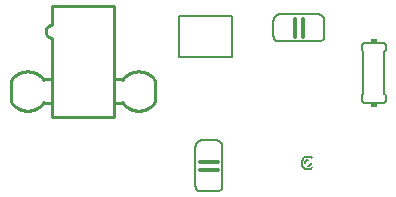
<source format=gto>
G75*
%MOIN*%
%OFA0B0*%
%FSLAX25Y25*%
%IPPOS*%
%LPD*%
%AMOC8*
5,1,8,0,0,1.08239X$1,22.5*
%
%ADD10C,0.00600*%
%ADD11C,0.01200*%
%ADD12R,0.02000X0.01500*%
%ADD13C,0.00500*%
%ADD14C,0.01000*%
D10*
X0084500Y0022500D02*
X0084500Y0035500D01*
X0084502Y0035587D01*
X0084508Y0035674D01*
X0084517Y0035761D01*
X0084530Y0035847D01*
X0084547Y0035933D01*
X0084568Y0036018D01*
X0084593Y0036101D01*
X0084621Y0036184D01*
X0084652Y0036265D01*
X0084687Y0036345D01*
X0084726Y0036423D01*
X0084768Y0036500D01*
X0084813Y0036575D01*
X0084862Y0036647D01*
X0084913Y0036718D01*
X0084968Y0036786D01*
X0085025Y0036851D01*
X0085086Y0036914D01*
X0085149Y0036975D01*
X0085214Y0037032D01*
X0085282Y0037087D01*
X0085353Y0037138D01*
X0085425Y0037187D01*
X0085500Y0037232D01*
X0085577Y0037274D01*
X0085655Y0037313D01*
X0085735Y0037348D01*
X0085816Y0037379D01*
X0085899Y0037407D01*
X0085982Y0037432D01*
X0086067Y0037453D01*
X0086153Y0037470D01*
X0086239Y0037483D01*
X0086326Y0037492D01*
X0086413Y0037498D01*
X0086500Y0037500D01*
X0091500Y0037500D01*
X0091587Y0037498D01*
X0091674Y0037492D01*
X0091761Y0037483D01*
X0091847Y0037470D01*
X0091933Y0037453D01*
X0092018Y0037432D01*
X0092101Y0037407D01*
X0092184Y0037379D01*
X0092265Y0037348D01*
X0092345Y0037313D01*
X0092423Y0037274D01*
X0092500Y0037232D01*
X0092575Y0037187D01*
X0092647Y0037138D01*
X0092718Y0037087D01*
X0092786Y0037032D01*
X0092851Y0036975D01*
X0092914Y0036914D01*
X0092975Y0036851D01*
X0093032Y0036786D01*
X0093087Y0036718D01*
X0093138Y0036647D01*
X0093187Y0036575D01*
X0093232Y0036500D01*
X0093274Y0036423D01*
X0093313Y0036345D01*
X0093348Y0036265D01*
X0093379Y0036184D01*
X0093407Y0036101D01*
X0093432Y0036018D01*
X0093453Y0035933D01*
X0093470Y0035847D01*
X0093483Y0035761D01*
X0093492Y0035674D01*
X0093498Y0035587D01*
X0093500Y0035500D01*
X0093500Y0022500D01*
X0093498Y0022413D01*
X0093492Y0022326D01*
X0093483Y0022239D01*
X0093470Y0022153D01*
X0093453Y0022067D01*
X0093432Y0021982D01*
X0093407Y0021899D01*
X0093379Y0021816D01*
X0093348Y0021735D01*
X0093313Y0021655D01*
X0093274Y0021577D01*
X0093232Y0021500D01*
X0093187Y0021425D01*
X0093138Y0021353D01*
X0093087Y0021282D01*
X0093032Y0021214D01*
X0092975Y0021149D01*
X0092914Y0021086D01*
X0092851Y0021025D01*
X0092786Y0020968D01*
X0092718Y0020913D01*
X0092647Y0020862D01*
X0092575Y0020813D01*
X0092500Y0020768D01*
X0092423Y0020726D01*
X0092345Y0020687D01*
X0092265Y0020652D01*
X0092184Y0020621D01*
X0092101Y0020593D01*
X0092018Y0020568D01*
X0091933Y0020547D01*
X0091847Y0020530D01*
X0091761Y0020517D01*
X0091674Y0020508D01*
X0091587Y0020502D01*
X0091500Y0020500D01*
X0086500Y0020500D01*
X0086413Y0020502D01*
X0086326Y0020508D01*
X0086239Y0020517D01*
X0086153Y0020530D01*
X0086067Y0020547D01*
X0085982Y0020568D01*
X0085899Y0020593D01*
X0085816Y0020621D01*
X0085735Y0020652D01*
X0085655Y0020687D01*
X0085577Y0020726D01*
X0085500Y0020768D01*
X0085425Y0020813D01*
X0085353Y0020862D01*
X0085282Y0020913D01*
X0085214Y0020968D01*
X0085149Y0021025D01*
X0085086Y0021086D01*
X0085025Y0021149D01*
X0084968Y0021214D01*
X0084913Y0021282D01*
X0084862Y0021353D01*
X0084813Y0021425D01*
X0084768Y0021500D01*
X0084726Y0021577D01*
X0084687Y0021655D01*
X0084652Y0021735D01*
X0084621Y0021816D01*
X0084593Y0021899D01*
X0084568Y0021982D01*
X0084547Y0022067D01*
X0084530Y0022153D01*
X0084517Y0022239D01*
X0084508Y0022326D01*
X0084502Y0022413D01*
X0084500Y0022500D01*
X0120500Y0028500D02*
X0121000Y0028000D01*
X0123000Y0028000D01*
X0123500Y0028500D01*
X0120500Y0028500D02*
X0120438Y0028565D01*
X0120378Y0028633D01*
X0120322Y0028703D01*
X0120268Y0028775D01*
X0120218Y0028850D01*
X0120171Y0028927D01*
X0120127Y0029005D01*
X0120086Y0029086D01*
X0120049Y0029168D01*
X0120016Y0029251D01*
X0119986Y0029336D01*
X0119959Y0029422D01*
X0119937Y0029509D01*
X0119918Y0029597D01*
X0119902Y0029686D01*
X0119891Y0029775D01*
X0119883Y0029865D01*
X0119879Y0029955D01*
X0119879Y0030045D01*
X0119883Y0030135D01*
X0119891Y0030225D01*
X0119902Y0030314D01*
X0119918Y0030403D01*
X0119937Y0030491D01*
X0119959Y0030578D01*
X0119986Y0030664D01*
X0120016Y0030749D01*
X0120049Y0030832D01*
X0120086Y0030914D01*
X0120127Y0030995D01*
X0120171Y0031073D01*
X0120218Y0031150D01*
X0120268Y0031225D01*
X0120322Y0031297D01*
X0120378Y0031367D01*
X0120438Y0031435D01*
X0120500Y0031500D01*
X0121000Y0032000D01*
X0123000Y0032000D01*
X0123500Y0031500D01*
X0123000Y0030000D02*
X0122998Y0029940D01*
X0122993Y0029879D01*
X0122984Y0029820D01*
X0122971Y0029761D01*
X0122955Y0029702D01*
X0122935Y0029645D01*
X0122912Y0029590D01*
X0122885Y0029535D01*
X0122856Y0029483D01*
X0122823Y0029432D01*
X0122787Y0029383D01*
X0122749Y0029337D01*
X0122707Y0029293D01*
X0122663Y0029251D01*
X0122617Y0029213D01*
X0122568Y0029177D01*
X0122517Y0029144D01*
X0122465Y0029115D01*
X0122410Y0029088D01*
X0122355Y0029065D01*
X0122298Y0029045D01*
X0122239Y0029029D01*
X0122180Y0029016D01*
X0122121Y0029007D01*
X0122060Y0029002D01*
X0122000Y0029000D01*
X0121000Y0030000D02*
X0121002Y0030060D01*
X0121007Y0030121D01*
X0121016Y0030180D01*
X0121029Y0030239D01*
X0121045Y0030298D01*
X0121065Y0030355D01*
X0121088Y0030410D01*
X0121115Y0030465D01*
X0121144Y0030517D01*
X0121177Y0030568D01*
X0121213Y0030617D01*
X0121251Y0030663D01*
X0121293Y0030707D01*
X0121337Y0030749D01*
X0121383Y0030787D01*
X0121432Y0030823D01*
X0121483Y0030856D01*
X0121535Y0030885D01*
X0121590Y0030912D01*
X0121645Y0030935D01*
X0121702Y0030955D01*
X0121761Y0030971D01*
X0121820Y0030984D01*
X0121879Y0030993D01*
X0121940Y0030998D01*
X0122000Y0031000D01*
X0141000Y0050000D02*
X0147000Y0050000D01*
X0147060Y0050002D01*
X0147121Y0050007D01*
X0147180Y0050016D01*
X0147239Y0050029D01*
X0147298Y0050045D01*
X0147355Y0050065D01*
X0147410Y0050088D01*
X0147465Y0050115D01*
X0147517Y0050144D01*
X0147568Y0050177D01*
X0147617Y0050213D01*
X0147663Y0050251D01*
X0147707Y0050293D01*
X0147749Y0050337D01*
X0147787Y0050383D01*
X0147823Y0050432D01*
X0147856Y0050483D01*
X0147885Y0050535D01*
X0147912Y0050590D01*
X0147935Y0050645D01*
X0147955Y0050702D01*
X0147971Y0050761D01*
X0147984Y0050820D01*
X0147993Y0050879D01*
X0147998Y0050940D01*
X0148000Y0051000D01*
X0148000Y0052500D01*
X0147500Y0053000D01*
X0147500Y0067000D01*
X0148000Y0067500D01*
X0148000Y0069000D01*
X0147998Y0069060D01*
X0147993Y0069121D01*
X0147984Y0069180D01*
X0147971Y0069239D01*
X0147955Y0069298D01*
X0147935Y0069355D01*
X0147912Y0069410D01*
X0147885Y0069465D01*
X0147856Y0069517D01*
X0147823Y0069568D01*
X0147787Y0069617D01*
X0147749Y0069663D01*
X0147707Y0069707D01*
X0147663Y0069749D01*
X0147617Y0069787D01*
X0147568Y0069823D01*
X0147517Y0069856D01*
X0147465Y0069885D01*
X0147410Y0069912D01*
X0147355Y0069935D01*
X0147298Y0069955D01*
X0147239Y0069971D01*
X0147180Y0069984D01*
X0147121Y0069993D01*
X0147060Y0069998D01*
X0147000Y0070000D01*
X0141000Y0070000D01*
X0140940Y0069998D01*
X0140879Y0069993D01*
X0140820Y0069984D01*
X0140761Y0069971D01*
X0140702Y0069955D01*
X0140645Y0069935D01*
X0140590Y0069912D01*
X0140535Y0069885D01*
X0140483Y0069856D01*
X0140432Y0069823D01*
X0140383Y0069787D01*
X0140337Y0069749D01*
X0140293Y0069707D01*
X0140251Y0069663D01*
X0140213Y0069617D01*
X0140177Y0069568D01*
X0140144Y0069517D01*
X0140115Y0069465D01*
X0140088Y0069410D01*
X0140065Y0069355D01*
X0140045Y0069298D01*
X0140029Y0069239D01*
X0140016Y0069180D01*
X0140007Y0069121D01*
X0140002Y0069060D01*
X0140000Y0069000D01*
X0140000Y0067500D01*
X0140500Y0067000D01*
X0140500Y0053000D01*
X0140000Y0052500D01*
X0140000Y0051000D01*
X0140002Y0050940D01*
X0140007Y0050879D01*
X0140016Y0050820D01*
X0140029Y0050761D01*
X0140045Y0050702D01*
X0140065Y0050645D01*
X0140088Y0050590D01*
X0140115Y0050535D01*
X0140144Y0050483D01*
X0140177Y0050432D01*
X0140213Y0050383D01*
X0140251Y0050337D01*
X0140293Y0050293D01*
X0140337Y0050251D01*
X0140383Y0050213D01*
X0140432Y0050177D01*
X0140483Y0050144D01*
X0140535Y0050115D01*
X0140590Y0050088D01*
X0140645Y0050065D01*
X0140702Y0050045D01*
X0140761Y0050029D01*
X0140820Y0050016D01*
X0140879Y0050007D01*
X0140940Y0050002D01*
X0141000Y0050000D01*
X0125500Y0070500D02*
X0112500Y0070500D01*
X0112413Y0070502D01*
X0112326Y0070508D01*
X0112239Y0070517D01*
X0112153Y0070530D01*
X0112067Y0070547D01*
X0111982Y0070568D01*
X0111899Y0070593D01*
X0111816Y0070621D01*
X0111735Y0070652D01*
X0111655Y0070687D01*
X0111577Y0070726D01*
X0111500Y0070768D01*
X0111425Y0070813D01*
X0111353Y0070862D01*
X0111282Y0070913D01*
X0111214Y0070968D01*
X0111149Y0071025D01*
X0111086Y0071086D01*
X0111025Y0071149D01*
X0110968Y0071214D01*
X0110913Y0071282D01*
X0110862Y0071353D01*
X0110813Y0071425D01*
X0110768Y0071500D01*
X0110726Y0071577D01*
X0110687Y0071655D01*
X0110652Y0071735D01*
X0110621Y0071816D01*
X0110593Y0071899D01*
X0110568Y0071982D01*
X0110547Y0072067D01*
X0110530Y0072153D01*
X0110517Y0072239D01*
X0110508Y0072326D01*
X0110502Y0072413D01*
X0110500Y0072500D01*
X0110500Y0077500D01*
X0110502Y0077587D01*
X0110508Y0077674D01*
X0110517Y0077761D01*
X0110530Y0077847D01*
X0110547Y0077933D01*
X0110568Y0078018D01*
X0110593Y0078101D01*
X0110621Y0078184D01*
X0110652Y0078265D01*
X0110687Y0078345D01*
X0110726Y0078423D01*
X0110768Y0078500D01*
X0110813Y0078575D01*
X0110862Y0078647D01*
X0110913Y0078718D01*
X0110968Y0078786D01*
X0111025Y0078851D01*
X0111086Y0078914D01*
X0111149Y0078975D01*
X0111214Y0079032D01*
X0111282Y0079087D01*
X0111353Y0079138D01*
X0111425Y0079187D01*
X0111500Y0079232D01*
X0111577Y0079274D01*
X0111655Y0079313D01*
X0111735Y0079348D01*
X0111816Y0079379D01*
X0111899Y0079407D01*
X0111982Y0079432D01*
X0112067Y0079453D01*
X0112153Y0079470D01*
X0112239Y0079483D01*
X0112326Y0079492D01*
X0112413Y0079498D01*
X0112500Y0079500D01*
X0125500Y0079500D01*
X0125587Y0079498D01*
X0125674Y0079492D01*
X0125761Y0079483D01*
X0125847Y0079470D01*
X0125933Y0079453D01*
X0126018Y0079432D01*
X0126101Y0079407D01*
X0126184Y0079379D01*
X0126265Y0079348D01*
X0126345Y0079313D01*
X0126423Y0079274D01*
X0126500Y0079232D01*
X0126575Y0079187D01*
X0126647Y0079138D01*
X0126718Y0079087D01*
X0126786Y0079032D01*
X0126851Y0078975D01*
X0126914Y0078914D01*
X0126975Y0078851D01*
X0127032Y0078786D01*
X0127087Y0078718D01*
X0127138Y0078647D01*
X0127187Y0078575D01*
X0127232Y0078500D01*
X0127274Y0078423D01*
X0127313Y0078345D01*
X0127348Y0078265D01*
X0127379Y0078184D01*
X0127407Y0078101D01*
X0127432Y0078018D01*
X0127453Y0077933D01*
X0127470Y0077847D01*
X0127483Y0077761D01*
X0127492Y0077674D01*
X0127498Y0077587D01*
X0127500Y0077500D01*
X0127500Y0072500D01*
X0127498Y0072413D01*
X0127492Y0072326D01*
X0127483Y0072239D01*
X0127470Y0072153D01*
X0127453Y0072067D01*
X0127432Y0071982D01*
X0127407Y0071899D01*
X0127379Y0071816D01*
X0127348Y0071735D01*
X0127313Y0071655D01*
X0127274Y0071577D01*
X0127232Y0071500D01*
X0127187Y0071425D01*
X0127138Y0071353D01*
X0127087Y0071282D01*
X0127032Y0071214D01*
X0126975Y0071149D01*
X0126914Y0071086D01*
X0126851Y0071025D01*
X0126786Y0070968D01*
X0126718Y0070913D01*
X0126647Y0070862D01*
X0126575Y0070813D01*
X0126500Y0070768D01*
X0126423Y0070726D01*
X0126345Y0070687D01*
X0126265Y0070652D01*
X0126184Y0070621D01*
X0126101Y0070593D01*
X0126018Y0070568D01*
X0125933Y0070547D01*
X0125847Y0070530D01*
X0125761Y0070517D01*
X0125674Y0070508D01*
X0125587Y0070502D01*
X0125500Y0070500D01*
D11*
X0120300Y0072000D02*
X0120300Y0078000D01*
X0117800Y0078000D02*
X0117800Y0072000D01*
X0092000Y0030200D02*
X0086000Y0030200D01*
X0086000Y0027700D02*
X0092000Y0027700D01*
D12*
X0144000Y0049250D03*
X0144000Y0070750D03*
D13*
X0096780Y0065157D02*
X0079063Y0065157D01*
X0079063Y0078937D01*
X0096780Y0078937D01*
X0096780Y0065157D01*
D14*
X0036764Y0071661D02*
X0036764Y0045283D01*
X0057236Y0045283D01*
X0057236Y0082291D01*
X0036764Y0082291D01*
X0036764Y0075992D01*
X0036672Y0075990D01*
X0036580Y0075984D01*
X0036489Y0075974D01*
X0036398Y0075961D01*
X0036308Y0075943D01*
X0036218Y0075922D01*
X0036130Y0075897D01*
X0036043Y0075868D01*
X0035957Y0075836D01*
X0035872Y0075800D01*
X0035789Y0075760D01*
X0035708Y0075717D01*
X0035629Y0075671D01*
X0035552Y0075621D01*
X0035477Y0075568D01*
X0035404Y0075511D01*
X0035334Y0075452D01*
X0035266Y0075390D01*
X0035201Y0075325D01*
X0035139Y0075257D01*
X0035080Y0075187D01*
X0035023Y0075114D01*
X0034970Y0075039D01*
X0034920Y0074962D01*
X0034874Y0074883D01*
X0034831Y0074802D01*
X0034791Y0074719D01*
X0034755Y0074634D01*
X0034723Y0074548D01*
X0034694Y0074461D01*
X0034669Y0074373D01*
X0034648Y0074283D01*
X0034630Y0074193D01*
X0034617Y0074102D01*
X0034607Y0074011D01*
X0034601Y0073919D01*
X0034599Y0073827D01*
X0034601Y0073735D01*
X0034607Y0073643D01*
X0034617Y0073552D01*
X0034630Y0073461D01*
X0034648Y0073371D01*
X0034669Y0073281D01*
X0034694Y0073193D01*
X0034723Y0073106D01*
X0034755Y0073020D01*
X0034791Y0072935D01*
X0034831Y0072852D01*
X0034874Y0072771D01*
X0034920Y0072692D01*
X0034970Y0072615D01*
X0035023Y0072540D01*
X0035080Y0072467D01*
X0035139Y0072397D01*
X0035201Y0072329D01*
X0035266Y0072264D01*
X0035334Y0072202D01*
X0035404Y0072143D01*
X0035477Y0072086D01*
X0035552Y0072033D01*
X0035629Y0071983D01*
X0035708Y0071937D01*
X0035789Y0071894D01*
X0035872Y0071854D01*
X0035957Y0071818D01*
X0036043Y0071786D01*
X0036130Y0071757D01*
X0036218Y0071732D01*
X0036308Y0071711D01*
X0036398Y0071693D01*
X0036489Y0071680D01*
X0036580Y0071670D01*
X0036672Y0071664D01*
X0036764Y0071662D01*
X0036370Y0057882D02*
X0033614Y0057882D01*
X0034007Y0050402D02*
X0033919Y0050269D01*
X0033828Y0050138D01*
X0033734Y0050009D01*
X0033636Y0049882D01*
X0033536Y0049758D01*
X0033432Y0049637D01*
X0033326Y0049518D01*
X0033216Y0049401D01*
X0033104Y0049287D01*
X0032989Y0049176D01*
X0032872Y0049068D01*
X0032752Y0048963D01*
X0032629Y0048861D01*
X0032504Y0048762D01*
X0032376Y0048666D01*
X0032246Y0048573D01*
X0032114Y0048483D01*
X0031980Y0048396D01*
X0031844Y0048313D01*
X0031705Y0048233D01*
X0031565Y0048156D01*
X0031423Y0048083D01*
X0031280Y0048014D01*
X0031134Y0047948D01*
X0030987Y0047885D01*
X0030839Y0047826D01*
X0030689Y0047771D01*
X0030538Y0047719D01*
X0030385Y0047671D01*
X0030232Y0047627D01*
X0030077Y0047587D01*
X0029922Y0047550D01*
X0029766Y0047517D01*
X0029609Y0047488D01*
X0029451Y0047463D01*
X0029293Y0047442D01*
X0029134Y0047424D01*
X0028975Y0047411D01*
X0028815Y0047401D01*
X0028656Y0047395D01*
X0028496Y0047393D01*
X0028336Y0047395D01*
X0028177Y0047401D01*
X0028017Y0047411D01*
X0027858Y0047424D01*
X0027699Y0047442D01*
X0027541Y0047463D01*
X0027383Y0047488D01*
X0027226Y0047517D01*
X0027070Y0047550D01*
X0026915Y0047587D01*
X0026760Y0047627D01*
X0026607Y0047671D01*
X0026454Y0047719D01*
X0026303Y0047771D01*
X0026153Y0047826D01*
X0026005Y0047885D01*
X0025858Y0047948D01*
X0025712Y0048014D01*
X0025569Y0048083D01*
X0025427Y0048156D01*
X0025287Y0048233D01*
X0025148Y0048313D01*
X0025012Y0048396D01*
X0024878Y0048483D01*
X0024746Y0048573D01*
X0024616Y0048666D01*
X0024488Y0048762D01*
X0024363Y0048861D01*
X0024240Y0048963D01*
X0024120Y0049068D01*
X0024003Y0049176D01*
X0023888Y0049287D01*
X0023776Y0049401D01*
X0023666Y0049518D01*
X0023560Y0049637D01*
X0023456Y0049758D01*
X0023356Y0049882D01*
X0023258Y0050009D01*
X0023164Y0050138D01*
X0023073Y0050269D01*
X0022985Y0050402D01*
X0022984Y0050402D02*
X0022984Y0057488D01*
X0022985Y0057488D02*
X0023073Y0057621D01*
X0023164Y0057752D01*
X0023258Y0057881D01*
X0023356Y0058008D01*
X0023456Y0058132D01*
X0023560Y0058253D01*
X0023666Y0058372D01*
X0023776Y0058489D01*
X0023888Y0058603D01*
X0024003Y0058714D01*
X0024120Y0058822D01*
X0024240Y0058927D01*
X0024363Y0059029D01*
X0024488Y0059128D01*
X0024616Y0059224D01*
X0024746Y0059317D01*
X0024878Y0059407D01*
X0025012Y0059494D01*
X0025148Y0059577D01*
X0025287Y0059657D01*
X0025427Y0059734D01*
X0025569Y0059807D01*
X0025712Y0059876D01*
X0025858Y0059942D01*
X0026005Y0060005D01*
X0026153Y0060064D01*
X0026303Y0060119D01*
X0026454Y0060171D01*
X0026607Y0060219D01*
X0026760Y0060263D01*
X0026915Y0060303D01*
X0027070Y0060340D01*
X0027226Y0060373D01*
X0027383Y0060402D01*
X0027541Y0060427D01*
X0027699Y0060448D01*
X0027858Y0060466D01*
X0028017Y0060479D01*
X0028177Y0060489D01*
X0028336Y0060495D01*
X0028496Y0060497D01*
X0028656Y0060495D01*
X0028815Y0060489D01*
X0028975Y0060479D01*
X0029134Y0060466D01*
X0029293Y0060448D01*
X0029451Y0060427D01*
X0029609Y0060402D01*
X0029766Y0060373D01*
X0029922Y0060340D01*
X0030077Y0060303D01*
X0030232Y0060263D01*
X0030385Y0060219D01*
X0030538Y0060171D01*
X0030689Y0060119D01*
X0030839Y0060064D01*
X0030987Y0060005D01*
X0031134Y0059942D01*
X0031280Y0059876D01*
X0031423Y0059807D01*
X0031565Y0059734D01*
X0031705Y0059657D01*
X0031844Y0059577D01*
X0031980Y0059494D01*
X0032114Y0059407D01*
X0032246Y0059317D01*
X0032376Y0059224D01*
X0032504Y0059128D01*
X0032629Y0059029D01*
X0032752Y0058927D01*
X0032872Y0058822D01*
X0032989Y0058714D01*
X0033104Y0058603D01*
X0033216Y0058489D01*
X0033326Y0058372D01*
X0033432Y0058253D01*
X0033536Y0058132D01*
X0033636Y0058008D01*
X0033734Y0057881D01*
X0033828Y0057752D01*
X0033919Y0057621D01*
X0034007Y0057488D01*
X0033614Y0050008D02*
X0036370Y0050008D01*
X0057630Y0050008D02*
X0060386Y0050008D01*
X0059993Y0057488D02*
X0060081Y0057621D01*
X0060172Y0057752D01*
X0060266Y0057881D01*
X0060364Y0058008D01*
X0060464Y0058132D01*
X0060568Y0058253D01*
X0060674Y0058372D01*
X0060784Y0058489D01*
X0060896Y0058603D01*
X0061011Y0058714D01*
X0061128Y0058822D01*
X0061248Y0058927D01*
X0061371Y0059029D01*
X0061496Y0059128D01*
X0061624Y0059224D01*
X0061754Y0059317D01*
X0061886Y0059407D01*
X0062020Y0059494D01*
X0062156Y0059577D01*
X0062295Y0059657D01*
X0062435Y0059734D01*
X0062577Y0059807D01*
X0062720Y0059876D01*
X0062866Y0059942D01*
X0063013Y0060005D01*
X0063161Y0060064D01*
X0063311Y0060119D01*
X0063462Y0060171D01*
X0063615Y0060219D01*
X0063768Y0060263D01*
X0063923Y0060303D01*
X0064078Y0060340D01*
X0064234Y0060373D01*
X0064391Y0060402D01*
X0064549Y0060427D01*
X0064707Y0060448D01*
X0064866Y0060466D01*
X0065025Y0060479D01*
X0065185Y0060489D01*
X0065344Y0060495D01*
X0065504Y0060497D01*
X0065664Y0060495D01*
X0065823Y0060489D01*
X0065983Y0060479D01*
X0066142Y0060466D01*
X0066301Y0060448D01*
X0066459Y0060427D01*
X0066617Y0060402D01*
X0066774Y0060373D01*
X0066930Y0060340D01*
X0067085Y0060303D01*
X0067240Y0060263D01*
X0067393Y0060219D01*
X0067546Y0060171D01*
X0067697Y0060119D01*
X0067847Y0060064D01*
X0067995Y0060005D01*
X0068142Y0059942D01*
X0068288Y0059876D01*
X0068431Y0059807D01*
X0068573Y0059734D01*
X0068713Y0059657D01*
X0068852Y0059577D01*
X0068988Y0059494D01*
X0069122Y0059407D01*
X0069254Y0059317D01*
X0069384Y0059224D01*
X0069512Y0059128D01*
X0069637Y0059029D01*
X0069760Y0058927D01*
X0069880Y0058822D01*
X0069997Y0058714D01*
X0070112Y0058603D01*
X0070224Y0058489D01*
X0070334Y0058372D01*
X0070440Y0058253D01*
X0070544Y0058132D01*
X0070644Y0058008D01*
X0070742Y0057881D01*
X0070836Y0057752D01*
X0070927Y0057621D01*
X0071015Y0057488D01*
X0071016Y0057488D02*
X0071016Y0050402D01*
X0071015Y0050402D02*
X0070927Y0050269D01*
X0070836Y0050138D01*
X0070742Y0050009D01*
X0070644Y0049882D01*
X0070544Y0049758D01*
X0070440Y0049637D01*
X0070334Y0049518D01*
X0070224Y0049401D01*
X0070112Y0049287D01*
X0069997Y0049176D01*
X0069880Y0049068D01*
X0069760Y0048963D01*
X0069637Y0048861D01*
X0069512Y0048762D01*
X0069384Y0048666D01*
X0069254Y0048573D01*
X0069122Y0048483D01*
X0068988Y0048396D01*
X0068852Y0048313D01*
X0068713Y0048233D01*
X0068573Y0048156D01*
X0068431Y0048083D01*
X0068288Y0048014D01*
X0068142Y0047948D01*
X0067995Y0047885D01*
X0067847Y0047826D01*
X0067697Y0047771D01*
X0067546Y0047719D01*
X0067393Y0047671D01*
X0067240Y0047627D01*
X0067085Y0047587D01*
X0066930Y0047550D01*
X0066774Y0047517D01*
X0066617Y0047488D01*
X0066459Y0047463D01*
X0066301Y0047442D01*
X0066142Y0047424D01*
X0065983Y0047411D01*
X0065823Y0047401D01*
X0065664Y0047395D01*
X0065504Y0047393D01*
X0065344Y0047395D01*
X0065185Y0047401D01*
X0065025Y0047411D01*
X0064866Y0047424D01*
X0064707Y0047442D01*
X0064549Y0047463D01*
X0064391Y0047488D01*
X0064234Y0047517D01*
X0064078Y0047550D01*
X0063923Y0047587D01*
X0063768Y0047627D01*
X0063615Y0047671D01*
X0063462Y0047719D01*
X0063311Y0047771D01*
X0063161Y0047826D01*
X0063013Y0047885D01*
X0062866Y0047948D01*
X0062720Y0048014D01*
X0062577Y0048083D01*
X0062435Y0048156D01*
X0062295Y0048233D01*
X0062156Y0048313D01*
X0062020Y0048396D01*
X0061886Y0048483D01*
X0061754Y0048573D01*
X0061624Y0048666D01*
X0061496Y0048762D01*
X0061371Y0048861D01*
X0061248Y0048963D01*
X0061128Y0049068D01*
X0061011Y0049176D01*
X0060896Y0049287D01*
X0060784Y0049401D01*
X0060674Y0049518D01*
X0060568Y0049637D01*
X0060464Y0049758D01*
X0060364Y0049882D01*
X0060266Y0050009D01*
X0060172Y0050138D01*
X0060081Y0050269D01*
X0059993Y0050402D01*
X0060386Y0057882D02*
X0057630Y0057882D01*
M02*

</source>
